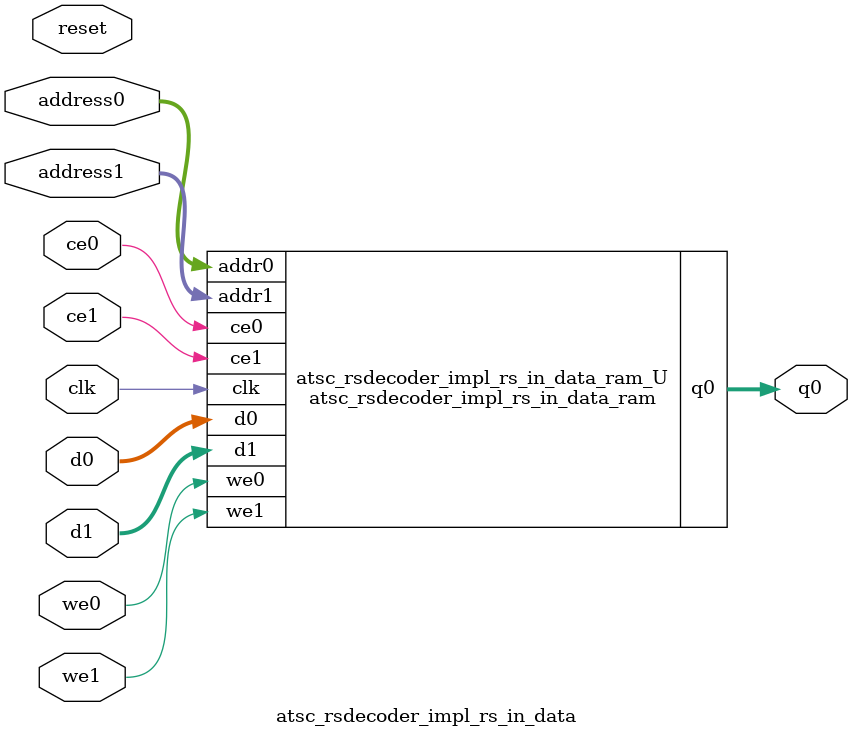
<source format=v>

`timescale 1 ns / 1 ps
module atsc_rsdecoder_impl_rs_in_data_ram (addr0, ce0, d0, we0, q0, addr1, ce1, d1, we1,  clk);

parameter DWIDTH = 8;
parameter AWIDTH = 8;
parameter MEM_SIZE = 207;

input[AWIDTH-1:0] addr0;
input ce0;
input[DWIDTH-1:0] d0;
input we0;
output reg[DWIDTH-1:0] q0;
input[AWIDTH-1:0] addr1;
input ce1;
input[DWIDTH-1:0] d1;
input we1;
input clk;

(* ram_style = "block" *)reg [DWIDTH-1:0] ram[MEM_SIZE-1:0];




always @(posedge clk)  
begin 
    if (ce0) 
    begin
        if (we0) 
        begin 
            ram[addr0] <= d0; 
            q0 <= d0;
        end 
        else 
            q0 <= ram[addr0];
    end
end


always @(posedge clk)  
begin 
    if (ce1) 
    begin
        if (we1) 
        begin 
            ram[addr1] <= d1; 
        end 
    end
end


endmodule


`timescale 1 ns / 1 ps
module atsc_rsdecoder_impl_rs_in_data(
    reset,
    clk,
    address0,
    ce0,
    we0,
    d0,
    q0,
    address1,
    ce1,
    we1,
    d1);

parameter DataWidth = 32'd8;
parameter AddressRange = 32'd207;
parameter AddressWidth = 32'd8;
input reset;
input clk;
input[AddressWidth - 1:0] address0;
input ce0;
input we0;
input[DataWidth - 1:0] d0;
output[DataWidth - 1:0] q0;
input[AddressWidth - 1:0] address1;
input ce1;
input we1;
input[DataWidth - 1:0] d1;



atsc_rsdecoder_impl_rs_in_data_ram atsc_rsdecoder_impl_rs_in_data_ram_U(
    .clk( clk ),
    .addr0( address0 ),
    .ce0( ce0 ),
    .d0( d0 ),
    .we0( we0 ),
    .q0( q0 ),
    .addr1( address1 ),
    .ce1( ce1 ),
    .d1( d1 ),
    .we1( we1 ));

endmodule


</source>
